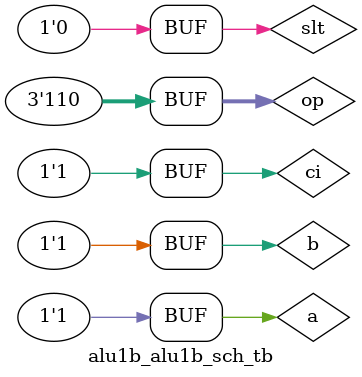
<source format=v>

`timescale 1ns / 1ps

module alu1b_alu1b_sch_tb();

// Inputs
   reg [2:0] op;
   reg ci;
   reg b;
   reg a;
   reg slt;

// Output
   wire co;
   wire r;
   wire less;

// Bidirs

// Instantiate the UUT
   alu1b UUT (
		.op(op), 
		.ci(ci), 
		.co(co), 
		.r(r), 
		.b(b), 
		.a(a), 
		.less(less), 
		.slt(slt)
   );
// Initialize Inputs
	initial begin
	  op = 000;
	  ci = 0;
	  b = 0;
	  a = 0;
	  slt = 0;
	  // Wait 100ns for the simulator to finish initializing
	  #100;
	  a = 1;
	  #1;
	  if ((r == 0) && (co == 0))
		 $display("okay and");
	  else
		 $display("fail and");
		 
	  op = 000;
	  ci = 0;
	  slt = 0;
	  b = 0;
	  a = 0;
	  // Wait 100ns for the simulator to finish initializing
	  #100;
	  op = 3'b001;
	  a = 0;
	  b = 1;
	  #1;
	  if ((r == 1) && (co == 0))
		 $display("okay or");
	  else
		 $display("fail or");
		 
	  op = 000;
	  ci = 0;
	  slt = 0;
	  b = 0;
	  a = 0;
	  // Wait 100ns for the simulator to finish initializing
	  #100;
	  op = 3'b010;
	  a = 1;
	  b = 1;
	  #1;
	  if ((r == 0) && (co == 1))
		 $display("okay addition 1");
	  else
		 $display("fail addition 1");		 
		 
	  op = 000;
	  ci = 0;
	  slt = 0;
	  b = 0;
	  a = 0;
	  // Wait 100ns for the simulator to finish initializing
	  #100;
	  op = 3'b010;
	  a = 1;
	  b = 1;
	  ci = 1;
	  #1;
	  if ((r == 1) && (co == 1))
		 $display("okay addition 2");
	  else
		 $display("fail addition 2");		 

	  op = 000;
	  ci = 0;
	  slt = 0;
	  b = 0;
	  a = 0;
	  // Wait 100ns for the simulator to finish initializing
	  #100;
	  op = 3'b110;
	  ci = 1;
	  a = 1;
	  b = 1;
	  #1;
	  if (r == 0)
		 $display("okay subtraction");
	  else
		 $display("fail subtraction");	
		 
	end
endmodule

</source>
